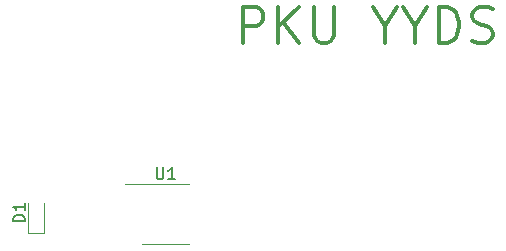
<source format=gbr>
%TF.GenerationSoftware,KiCad,Pcbnew,(5.1.9)-1*%
%TF.CreationDate,2021-05-22T16:29:01+08:00*%
%TF.ProjectId,PKU,504b552e-6b69-4636-9164-5f7063625858,rev?*%
%TF.SameCoordinates,Original*%
%TF.FileFunction,Legend,Top*%
%TF.FilePolarity,Positive*%
%FSLAX46Y46*%
G04 Gerber Fmt 4.6, Leading zero omitted, Abs format (unit mm)*
G04 Created by KiCad (PCBNEW (5.1.9)-1) date 2021-05-22 16:29:01*
%MOMM*%
%LPD*%
G01*
G04 APERTURE LIST*
%ADD10C,0.300000*%
%ADD11C,0.120000*%
%ADD12C,0.150000*%
G04 APERTURE END LIST*
D10*
X216940000Y-38927142D02*
X216940000Y-35927142D01*
X218082857Y-35927142D01*
X218368571Y-36070000D01*
X218511428Y-36212857D01*
X218654285Y-36498571D01*
X218654285Y-36927142D01*
X218511428Y-37212857D01*
X218368571Y-37355714D01*
X218082857Y-37498571D01*
X216940000Y-37498571D01*
X219940000Y-38927142D02*
X219940000Y-35927142D01*
X221654285Y-38927142D02*
X220368571Y-37212857D01*
X221654285Y-35927142D02*
X219940000Y-37641428D01*
X222940000Y-35927142D02*
X222940000Y-38355714D01*
X223082857Y-38641428D01*
X223225714Y-38784285D01*
X223511428Y-38927142D01*
X224082857Y-38927142D01*
X224368571Y-38784285D01*
X224511428Y-38641428D01*
X224654285Y-38355714D01*
X224654285Y-35927142D01*
X228940000Y-37498571D02*
X228940000Y-38927142D01*
X227940000Y-35927142D02*
X228940000Y-37498571D01*
X229940000Y-35927142D01*
X231511428Y-37498571D02*
X231511428Y-38927142D01*
X230511428Y-35927142D02*
X231511428Y-37498571D01*
X232511428Y-35927142D01*
X233511428Y-38927142D02*
X233511428Y-35927142D01*
X234225714Y-35927142D01*
X234654285Y-36070000D01*
X234940000Y-36355714D01*
X235082857Y-36641428D01*
X235225714Y-37212857D01*
X235225714Y-37641428D01*
X235082857Y-38212857D01*
X234940000Y-38498571D01*
X234654285Y-38784285D01*
X234225714Y-38927142D01*
X233511428Y-38927142D01*
X236368571Y-38784285D02*
X236797142Y-38927142D01*
X237511428Y-38927142D01*
X237797142Y-38784285D01*
X237940000Y-38641428D01*
X238082857Y-38355714D01*
X238082857Y-38070000D01*
X237940000Y-37784285D01*
X237797142Y-37641428D01*
X237511428Y-37498571D01*
X236940000Y-37355714D01*
X236654285Y-37212857D01*
X236511428Y-37070000D01*
X236368571Y-36784285D01*
X236368571Y-36498571D01*
X236511428Y-36212857D01*
X236654285Y-36070000D01*
X236940000Y-35927142D01*
X237654285Y-35927142D01*
X238082857Y-36070000D01*
D11*
%TO.C,D1*%
X198705000Y-52520000D02*
X198705000Y-55005000D01*
X198705000Y-55005000D02*
X200075000Y-55005000D01*
X200075000Y-55005000D02*
X200075000Y-52520000D01*
%TO.C,U1*%
X210380000Y-50880000D02*
X206930000Y-50880000D01*
X210380000Y-50880000D02*
X212330000Y-50880000D01*
X210380000Y-56000000D02*
X208430000Y-56000000D01*
X210380000Y-56000000D02*
X212330000Y-56000000D01*
%TO.C,D1*%
D12*
X198462380Y-54058095D02*
X197462380Y-54058095D01*
X197462380Y-53820000D01*
X197510000Y-53677142D01*
X197605238Y-53581904D01*
X197700476Y-53534285D01*
X197890952Y-53486666D01*
X198033809Y-53486666D01*
X198224285Y-53534285D01*
X198319523Y-53581904D01*
X198414761Y-53677142D01*
X198462380Y-53820000D01*
X198462380Y-54058095D01*
X198462380Y-52534285D02*
X198462380Y-53105714D01*
X198462380Y-52820000D02*
X197462380Y-52820000D01*
X197605238Y-52915238D01*
X197700476Y-53010476D01*
X197748095Y-53105714D01*
%TO.C,U1*%
X209618095Y-49492380D02*
X209618095Y-50301904D01*
X209665714Y-50397142D01*
X209713333Y-50444761D01*
X209808571Y-50492380D01*
X209999047Y-50492380D01*
X210094285Y-50444761D01*
X210141904Y-50397142D01*
X210189523Y-50301904D01*
X210189523Y-49492380D01*
X211189523Y-50492380D02*
X210618095Y-50492380D01*
X210903809Y-50492380D02*
X210903809Y-49492380D01*
X210808571Y-49635238D01*
X210713333Y-49730476D01*
X210618095Y-49778095D01*
%TD*%
M02*

</source>
